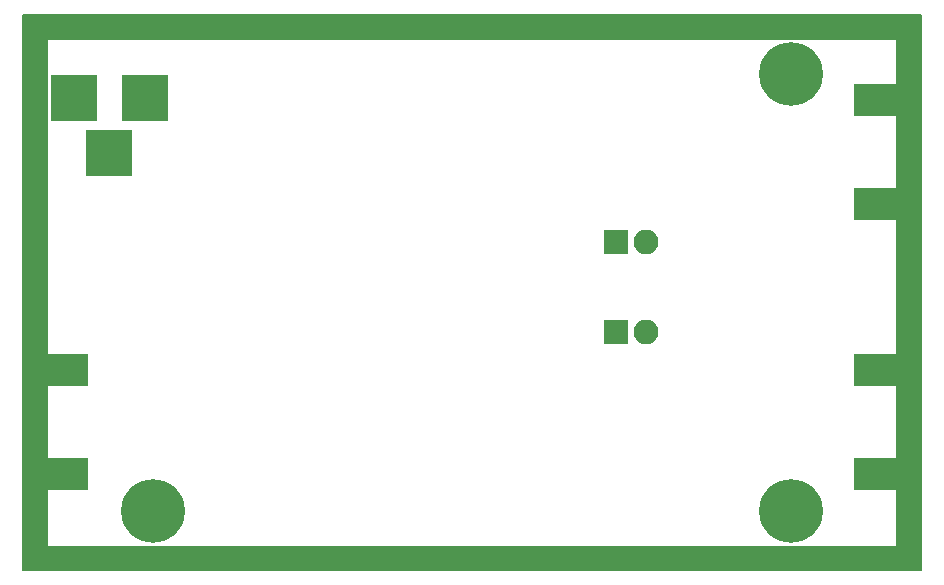
<source format=gbs>
G04 #@! TF.GenerationSoftware,KiCad,Pcbnew,(6.0.0-rc1-dev)*
G04 #@! TF.CreationDate,2018-08-10T22:57:37+02:00*
G04 #@! TF.ProjectId,diplexer,6469706C657865722E6B696361645F70,rev?*
G04 #@! TF.SameCoordinates,PX7270e00PY29020c0*
G04 #@! TF.FileFunction,Soldermask,Bot*
G04 #@! TF.FilePolarity,Negative*
%FSLAX46Y46*%
G04 Gerber Fmt 4.6, Leading zero omitted, Abs format (unit mm)*
G04 Created by KiCad (PCBNEW (6.0.0-rc1-dev)) date Fri Aug 10 22:57:37 2018*
%MOMM*%
%LPD*%
G01*
G04 APERTURE LIST*
%ADD10C,0.150000*%
%ADD11C,5.400000*%
%ADD12R,3.900000X3.900000*%
%ADD13R,5.480000X2.820000*%
%ADD14O,2.100000X2.100000*%
%ADD15R,2.100000X2.100000*%
G04 APERTURE END LIST*
D10*
G36*
X0Y0D02*
X2000000Y0D01*
X2000000Y-47000000D01*
X0Y-47000000D01*
X0Y0D01*
G37*
X0Y0D02*
X2000000Y0D01*
X2000000Y-47000000D01*
X0Y-47000000D01*
X0Y0D01*
G36*
X0Y-47000000D02*
X76000000Y-47000000D01*
X76000000Y-45000000D01*
X0Y-45000000D01*
X0Y-47000000D01*
G37*
X0Y-47000000D02*
X76000000Y-47000000D01*
X76000000Y-45000000D01*
X0Y-45000000D01*
X0Y-47000000D01*
G36*
X76000000Y-47000000D02*
X74000000Y-47000000D01*
X74000000Y0D01*
X76000000Y0D01*
X76000000Y-47000000D01*
G37*
X76000000Y-47000000D02*
X74000000Y-47000000D01*
X74000000Y0D01*
X76000000Y0D01*
X76000000Y-47000000D01*
G36*
X0Y-2000000D02*
X76000000Y-2000000D01*
X76000000Y0D01*
X0Y0D01*
X0Y-2000000D01*
G37*
X0Y-2000000D02*
X76000000Y-2000000D01*
X76000000Y0D01*
X0Y0D01*
X0Y-2000000D01*
D11*
G04 #@! TO.C,REF\002A\002A*
X11000000Y-42000000D03*
G04 #@! TD*
G04 #@! TO.C,REF\002A\002A*
X65000000Y-5000000D03*
G04 #@! TD*
D12*
G04 #@! TO.C,J1*
X10270000Y-7000000D03*
X4270000Y-7000000D03*
X7270000Y-11700000D03*
G04 #@! TD*
D13*
G04 #@! TO.C,J2*
X2740000Y-30090000D03*
X2740000Y-38850000D03*
G04 #@! TD*
G04 #@! TO.C,J3*
X73040000Y-7230000D03*
X73040000Y-15990000D03*
G04 #@! TD*
G04 #@! TO.C,J4*
X73040000Y-38850000D03*
X73040000Y-30090000D03*
G04 #@! TD*
D14*
G04 #@! TO.C,JP2*
X52720000Y-26850000D03*
D15*
X50180000Y-26850000D03*
G04 #@! TD*
G04 #@! TO.C,JP1*
X50180000Y-19230000D03*
D14*
X52720000Y-19230000D03*
G04 #@! TD*
D11*
G04 #@! TO.C,REF\002A\002A*
X65000000Y-42000000D03*
G04 #@! TD*
M02*

</source>
